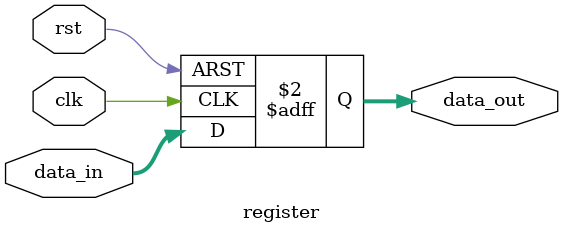
<source format=v>
`timescale 1ns / 1ps


module register (clk, rst, data_in, data_out
    );
    
    parameter WORD_SIZE = 8;
    input clk;
    input rst;
    input [WORD_SIZE-1:0] data_in;
    output reg [WORD_SIZE-1:0] data_out;
    
    always @(posedge rst or posedge clk) begin
        if (rst) begin
            data_out <= {WORD_SIZE{1'b0} };
        end else begin
            data_out <= data_in;          
        end
    
    end
    
endmodule


</source>
